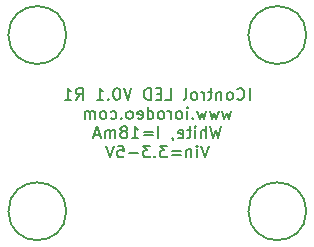
<source format=gbo>
%TF.GenerationSoftware,KiCad,Pcbnew,7.0.2-6a45011f42~172~ubuntu22.04.1*%
%TF.CreationDate,2023-09-16T19:02:56-07:00*%
%TF.ProjectId,i_control_led,695f636f-6e74-4726-9f6c-5f6c65642e6b,rev?*%
%TF.SameCoordinates,Original*%
%TF.FileFunction,Legend,Bot*%
%TF.FilePolarity,Positive*%
%FSLAX46Y46*%
G04 Gerber Fmt 4.6, Leading zero omitted, Abs format (unit mm)*
G04 Created by KiCad (PCBNEW 7.0.2-6a45011f42~172~ubuntu22.04.1) date 2023-09-16 19:02:56*
%MOMM*%
%LPD*%
G01*
G04 APERTURE LIST*
%ADD10C,0.150000*%
G04 APERTURE END LIST*
D10*
X70509524Y-58032619D02*
X70509524Y-57032619D01*
X69461906Y-57937380D02*
X69509525Y-57985000D01*
X69509525Y-57985000D02*
X69652382Y-58032619D01*
X69652382Y-58032619D02*
X69747620Y-58032619D01*
X69747620Y-58032619D02*
X69890477Y-57985000D01*
X69890477Y-57985000D02*
X69985715Y-57889761D01*
X69985715Y-57889761D02*
X70033334Y-57794523D01*
X70033334Y-57794523D02*
X70080953Y-57604047D01*
X70080953Y-57604047D02*
X70080953Y-57461190D01*
X70080953Y-57461190D02*
X70033334Y-57270714D01*
X70033334Y-57270714D02*
X69985715Y-57175476D01*
X69985715Y-57175476D02*
X69890477Y-57080238D01*
X69890477Y-57080238D02*
X69747620Y-57032619D01*
X69747620Y-57032619D02*
X69652382Y-57032619D01*
X69652382Y-57032619D02*
X69509525Y-57080238D01*
X69509525Y-57080238D02*
X69461906Y-57127857D01*
X68890477Y-58032619D02*
X68985715Y-57985000D01*
X68985715Y-57985000D02*
X69033334Y-57937380D01*
X69033334Y-57937380D02*
X69080953Y-57842142D01*
X69080953Y-57842142D02*
X69080953Y-57556428D01*
X69080953Y-57556428D02*
X69033334Y-57461190D01*
X69033334Y-57461190D02*
X68985715Y-57413571D01*
X68985715Y-57413571D02*
X68890477Y-57365952D01*
X68890477Y-57365952D02*
X68747620Y-57365952D01*
X68747620Y-57365952D02*
X68652382Y-57413571D01*
X68652382Y-57413571D02*
X68604763Y-57461190D01*
X68604763Y-57461190D02*
X68557144Y-57556428D01*
X68557144Y-57556428D02*
X68557144Y-57842142D01*
X68557144Y-57842142D02*
X68604763Y-57937380D01*
X68604763Y-57937380D02*
X68652382Y-57985000D01*
X68652382Y-57985000D02*
X68747620Y-58032619D01*
X68747620Y-58032619D02*
X68890477Y-58032619D01*
X68128572Y-57365952D02*
X68128572Y-58032619D01*
X68128572Y-57461190D02*
X68080953Y-57413571D01*
X68080953Y-57413571D02*
X67985715Y-57365952D01*
X67985715Y-57365952D02*
X67842858Y-57365952D01*
X67842858Y-57365952D02*
X67747620Y-57413571D01*
X67747620Y-57413571D02*
X67700001Y-57508809D01*
X67700001Y-57508809D02*
X67700001Y-58032619D01*
X67366667Y-57365952D02*
X66985715Y-57365952D01*
X67223810Y-57032619D02*
X67223810Y-57889761D01*
X67223810Y-57889761D02*
X67176191Y-57985000D01*
X67176191Y-57985000D02*
X67080953Y-58032619D01*
X67080953Y-58032619D02*
X66985715Y-58032619D01*
X66652381Y-58032619D02*
X66652381Y-57365952D01*
X66652381Y-57556428D02*
X66604762Y-57461190D01*
X66604762Y-57461190D02*
X66557143Y-57413571D01*
X66557143Y-57413571D02*
X66461905Y-57365952D01*
X66461905Y-57365952D02*
X66366667Y-57365952D01*
X65890476Y-58032619D02*
X65985714Y-57985000D01*
X65985714Y-57985000D02*
X66033333Y-57937380D01*
X66033333Y-57937380D02*
X66080952Y-57842142D01*
X66080952Y-57842142D02*
X66080952Y-57556428D01*
X66080952Y-57556428D02*
X66033333Y-57461190D01*
X66033333Y-57461190D02*
X65985714Y-57413571D01*
X65985714Y-57413571D02*
X65890476Y-57365952D01*
X65890476Y-57365952D02*
X65747619Y-57365952D01*
X65747619Y-57365952D02*
X65652381Y-57413571D01*
X65652381Y-57413571D02*
X65604762Y-57461190D01*
X65604762Y-57461190D02*
X65557143Y-57556428D01*
X65557143Y-57556428D02*
X65557143Y-57842142D01*
X65557143Y-57842142D02*
X65604762Y-57937380D01*
X65604762Y-57937380D02*
X65652381Y-57985000D01*
X65652381Y-57985000D02*
X65747619Y-58032619D01*
X65747619Y-58032619D02*
X65890476Y-58032619D01*
X64985714Y-58032619D02*
X65080952Y-57985000D01*
X65080952Y-57985000D02*
X65128571Y-57889761D01*
X65128571Y-57889761D02*
X65128571Y-57032619D01*
X63366666Y-58032619D02*
X63842856Y-58032619D01*
X63842856Y-58032619D02*
X63842856Y-57032619D01*
X63033332Y-57508809D02*
X62699999Y-57508809D01*
X62557142Y-58032619D02*
X63033332Y-58032619D01*
X63033332Y-58032619D02*
X63033332Y-57032619D01*
X63033332Y-57032619D02*
X62557142Y-57032619D01*
X62128570Y-58032619D02*
X62128570Y-57032619D01*
X62128570Y-57032619D02*
X61890475Y-57032619D01*
X61890475Y-57032619D02*
X61747618Y-57080238D01*
X61747618Y-57080238D02*
X61652380Y-57175476D01*
X61652380Y-57175476D02*
X61604761Y-57270714D01*
X61604761Y-57270714D02*
X61557142Y-57461190D01*
X61557142Y-57461190D02*
X61557142Y-57604047D01*
X61557142Y-57604047D02*
X61604761Y-57794523D01*
X61604761Y-57794523D02*
X61652380Y-57889761D01*
X61652380Y-57889761D02*
X61747618Y-57985000D01*
X61747618Y-57985000D02*
X61890475Y-58032619D01*
X61890475Y-58032619D02*
X62128570Y-58032619D01*
X60509522Y-57032619D02*
X60176189Y-58032619D01*
X60176189Y-58032619D02*
X59842856Y-57032619D01*
X59319046Y-57032619D02*
X59223808Y-57032619D01*
X59223808Y-57032619D02*
X59128570Y-57080238D01*
X59128570Y-57080238D02*
X59080951Y-57127857D01*
X59080951Y-57127857D02*
X59033332Y-57223095D01*
X59033332Y-57223095D02*
X58985713Y-57413571D01*
X58985713Y-57413571D02*
X58985713Y-57651666D01*
X58985713Y-57651666D02*
X59033332Y-57842142D01*
X59033332Y-57842142D02*
X59080951Y-57937380D01*
X59080951Y-57937380D02*
X59128570Y-57985000D01*
X59128570Y-57985000D02*
X59223808Y-58032619D01*
X59223808Y-58032619D02*
X59319046Y-58032619D01*
X59319046Y-58032619D02*
X59414284Y-57985000D01*
X59414284Y-57985000D02*
X59461903Y-57937380D01*
X59461903Y-57937380D02*
X59509522Y-57842142D01*
X59509522Y-57842142D02*
X59557141Y-57651666D01*
X59557141Y-57651666D02*
X59557141Y-57413571D01*
X59557141Y-57413571D02*
X59509522Y-57223095D01*
X59509522Y-57223095D02*
X59461903Y-57127857D01*
X59461903Y-57127857D02*
X59414284Y-57080238D01*
X59414284Y-57080238D02*
X59319046Y-57032619D01*
X58557141Y-57937380D02*
X58509522Y-57985000D01*
X58509522Y-57985000D02*
X58557141Y-58032619D01*
X58557141Y-58032619D02*
X58604760Y-57985000D01*
X58604760Y-57985000D02*
X58557141Y-57937380D01*
X58557141Y-57937380D02*
X58557141Y-58032619D01*
X57557142Y-58032619D02*
X58128570Y-58032619D01*
X57842856Y-58032619D02*
X57842856Y-57032619D01*
X57842856Y-57032619D02*
X57938094Y-57175476D01*
X57938094Y-57175476D02*
X58033332Y-57270714D01*
X58033332Y-57270714D02*
X58128570Y-57318333D01*
X55795237Y-58032619D02*
X56128570Y-57556428D01*
X56366665Y-58032619D02*
X56366665Y-57032619D01*
X56366665Y-57032619D02*
X55985713Y-57032619D01*
X55985713Y-57032619D02*
X55890475Y-57080238D01*
X55890475Y-57080238D02*
X55842856Y-57127857D01*
X55842856Y-57127857D02*
X55795237Y-57223095D01*
X55795237Y-57223095D02*
X55795237Y-57365952D01*
X55795237Y-57365952D02*
X55842856Y-57461190D01*
X55842856Y-57461190D02*
X55890475Y-57508809D01*
X55890475Y-57508809D02*
X55985713Y-57556428D01*
X55985713Y-57556428D02*
X56366665Y-57556428D01*
X54842856Y-58032619D02*
X55414284Y-58032619D01*
X55128570Y-58032619D02*
X55128570Y-57032619D01*
X55128570Y-57032619D02*
X55223808Y-57175476D01*
X55223808Y-57175476D02*
X55319046Y-57270714D01*
X55319046Y-57270714D02*
X55414284Y-57318333D01*
X68938094Y-58985952D02*
X68747618Y-59652619D01*
X68747618Y-59652619D02*
X68557142Y-59176428D01*
X68557142Y-59176428D02*
X68366666Y-59652619D01*
X68366666Y-59652619D02*
X68176190Y-58985952D01*
X67890475Y-58985952D02*
X67699999Y-59652619D01*
X67699999Y-59652619D02*
X67509523Y-59176428D01*
X67509523Y-59176428D02*
X67319047Y-59652619D01*
X67319047Y-59652619D02*
X67128571Y-58985952D01*
X66842856Y-58985952D02*
X66652380Y-59652619D01*
X66652380Y-59652619D02*
X66461904Y-59176428D01*
X66461904Y-59176428D02*
X66271428Y-59652619D01*
X66271428Y-59652619D02*
X66080952Y-58985952D01*
X65699999Y-59557380D02*
X65652380Y-59605000D01*
X65652380Y-59605000D02*
X65699999Y-59652619D01*
X65699999Y-59652619D02*
X65747618Y-59605000D01*
X65747618Y-59605000D02*
X65699999Y-59557380D01*
X65699999Y-59557380D02*
X65699999Y-59652619D01*
X65223809Y-59652619D02*
X65223809Y-58985952D01*
X65223809Y-58652619D02*
X65271428Y-58700238D01*
X65271428Y-58700238D02*
X65223809Y-58747857D01*
X65223809Y-58747857D02*
X65176190Y-58700238D01*
X65176190Y-58700238D02*
X65223809Y-58652619D01*
X65223809Y-58652619D02*
X65223809Y-58747857D01*
X64604762Y-59652619D02*
X64700000Y-59605000D01*
X64700000Y-59605000D02*
X64747619Y-59557380D01*
X64747619Y-59557380D02*
X64795238Y-59462142D01*
X64795238Y-59462142D02*
X64795238Y-59176428D01*
X64795238Y-59176428D02*
X64747619Y-59081190D01*
X64747619Y-59081190D02*
X64700000Y-59033571D01*
X64700000Y-59033571D02*
X64604762Y-58985952D01*
X64604762Y-58985952D02*
X64461905Y-58985952D01*
X64461905Y-58985952D02*
X64366667Y-59033571D01*
X64366667Y-59033571D02*
X64319048Y-59081190D01*
X64319048Y-59081190D02*
X64271429Y-59176428D01*
X64271429Y-59176428D02*
X64271429Y-59462142D01*
X64271429Y-59462142D02*
X64319048Y-59557380D01*
X64319048Y-59557380D02*
X64366667Y-59605000D01*
X64366667Y-59605000D02*
X64461905Y-59652619D01*
X64461905Y-59652619D02*
X64604762Y-59652619D01*
X63842857Y-59652619D02*
X63842857Y-58985952D01*
X63842857Y-59176428D02*
X63795238Y-59081190D01*
X63795238Y-59081190D02*
X63747619Y-59033571D01*
X63747619Y-59033571D02*
X63652381Y-58985952D01*
X63652381Y-58985952D02*
X63557143Y-58985952D01*
X63080952Y-59652619D02*
X63176190Y-59605000D01*
X63176190Y-59605000D02*
X63223809Y-59557380D01*
X63223809Y-59557380D02*
X63271428Y-59462142D01*
X63271428Y-59462142D02*
X63271428Y-59176428D01*
X63271428Y-59176428D02*
X63223809Y-59081190D01*
X63223809Y-59081190D02*
X63176190Y-59033571D01*
X63176190Y-59033571D02*
X63080952Y-58985952D01*
X63080952Y-58985952D02*
X62938095Y-58985952D01*
X62938095Y-58985952D02*
X62842857Y-59033571D01*
X62842857Y-59033571D02*
X62795238Y-59081190D01*
X62795238Y-59081190D02*
X62747619Y-59176428D01*
X62747619Y-59176428D02*
X62747619Y-59462142D01*
X62747619Y-59462142D02*
X62795238Y-59557380D01*
X62795238Y-59557380D02*
X62842857Y-59605000D01*
X62842857Y-59605000D02*
X62938095Y-59652619D01*
X62938095Y-59652619D02*
X63080952Y-59652619D01*
X61890476Y-59652619D02*
X61890476Y-58652619D01*
X61890476Y-59605000D02*
X61985714Y-59652619D01*
X61985714Y-59652619D02*
X62176190Y-59652619D01*
X62176190Y-59652619D02*
X62271428Y-59605000D01*
X62271428Y-59605000D02*
X62319047Y-59557380D01*
X62319047Y-59557380D02*
X62366666Y-59462142D01*
X62366666Y-59462142D02*
X62366666Y-59176428D01*
X62366666Y-59176428D02*
X62319047Y-59081190D01*
X62319047Y-59081190D02*
X62271428Y-59033571D01*
X62271428Y-59033571D02*
X62176190Y-58985952D01*
X62176190Y-58985952D02*
X61985714Y-58985952D01*
X61985714Y-58985952D02*
X61890476Y-59033571D01*
X61033333Y-59605000D02*
X61128571Y-59652619D01*
X61128571Y-59652619D02*
X61319047Y-59652619D01*
X61319047Y-59652619D02*
X61414285Y-59605000D01*
X61414285Y-59605000D02*
X61461904Y-59509761D01*
X61461904Y-59509761D02*
X61461904Y-59128809D01*
X61461904Y-59128809D02*
X61414285Y-59033571D01*
X61414285Y-59033571D02*
X61319047Y-58985952D01*
X61319047Y-58985952D02*
X61128571Y-58985952D01*
X61128571Y-58985952D02*
X61033333Y-59033571D01*
X61033333Y-59033571D02*
X60985714Y-59128809D01*
X60985714Y-59128809D02*
X60985714Y-59224047D01*
X60985714Y-59224047D02*
X61461904Y-59319285D01*
X60414285Y-59652619D02*
X60509523Y-59605000D01*
X60509523Y-59605000D02*
X60557142Y-59557380D01*
X60557142Y-59557380D02*
X60604761Y-59462142D01*
X60604761Y-59462142D02*
X60604761Y-59176428D01*
X60604761Y-59176428D02*
X60557142Y-59081190D01*
X60557142Y-59081190D02*
X60509523Y-59033571D01*
X60509523Y-59033571D02*
X60414285Y-58985952D01*
X60414285Y-58985952D02*
X60271428Y-58985952D01*
X60271428Y-58985952D02*
X60176190Y-59033571D01*
X60176190Y-59033571D02*
X60128571Y-59081190D01*
X60128571Y-59081190D02*
X60080952Y-59176428D01*
X60080952Y-59176428D02*
X60080952Y-59462142D01*
X60080952Y-59462142D02*
X60128571Y-59557380D01*
X60128571Y-59557380D02*
X60176190Y-59605000D01*
X60176190Y-59605000D02*
X60271428Y-59652619D01*
X60271428Y-59652619D02*
X60414285Y-59652619D01*
X59652380Y-59557380D02*
X59604761Y-59605000D01*
X59604761Y-59605000D02*
X59652380Y-59652619D01*
X59652380Y-59652619D02*
X59699999Y-59605000D01*
X59699999Y-59605000D02*
X59652380Y-59557380D01*
X59652380Y-59557380D02*
X59652380Y-59652619D01*
X58747619Y-59605000D02*
X58842857Y-59652619D01*
X58842857Y-59652619D02*
X59033333Y-59652619D01*
X59033333Y-59652619D02*
X59128571Y-59605000D01*
X59128571Y-59605000D02*
X59176190Y-59557380D01*
X59176190Y-59557380D02*
X59223809Y-59462142D01*
X59223809Y-59462142D02*
X59223809Y-59176428D01*
X59223809Y-59176428D02*
X59176190Y-59081190D01*
X59176190Y-59081190D02*
X59128571Y-59033571D01*
X59128571Y-59033571D02*
X59033333Y-58985952D01*
X59033333Y-58985952D02*
X58842857Y-58985952D01*
X58842857Y-58985952D02*
X58747619Y-59033571D01*
X58176190Y-59652619D02*
X58271428Y-59605000D01*
X58271428Y-59605000D02*
X58319047Y-59557380D01*
X58319047Y-59557380D02*
X58366666Y-59462142D01*
X58366666Y-59462142D02*
X58366666Y-59176428D01*
X58366666Y-59176428D02*
X58319047Y-59081190D01*
X58319047Y-59081190D02*
X58271428Y-59033571D01*
X58271428Y-59033571D02*
X58176190Y-58985952D01*
X58176190Y-58985952D02*
X58033333Y-58985952D01*
X58033333Y-58985952D02*
X57938095Y-59033571D01*
X57938095Y-59033571D02*
X57890476Y-59081190D01*
X57890476Y-59081190D02*
X57842857Y-59176428D01*
X57842857Y-59176428D02*
X57842857Y-59462142D01*
X57842857Y-59462142D02*
X57890476Y-59557380D01*
X57890476Y-59557380D02*
X57938095Y-59605000D01*
X57938095Y-59605000D02*
X58033333Y-59652619D01*
X58033333Y-59652619D02*
X58176190Y-59652619D01*
X57414285Y-59652619D02*
X57414285Y-58985952D01*
X57414285Y-59081190D02*
X57366666Y-59033571D01*
X57366666Y-59033571D02*
X57271428Y-58985952D01*
X57271428Y-58985952D02*
X57128571Y-58985952D01*
X57128571Y-58985952D02*
X57033333Y-59033571D01*
X57033333Y-59033571D02*
X56985714Y-59128809D01*
X56985714Y-59128809D02*
X56985714Y-59652619D01*
X56985714Y-59128809D02*
X56938095Y-59033571D01*
X56938095Y-59033571D02*
X56842857Y-58985952D01*
X56842857Y-58985952D02*
X56700000Y-58985952D01*
X56700000Y-58985952D02*
X56604761Y-59033571D01*
X56604761Y-59033571D02*
X56557142Y-59128809D01*
X56557142Y-59128809D02*
X56557142Y-59652619D01*
X68057141Y-60272619D02*
X67819046Y-61272619D01*
X67819046Y-61272619D02*
X67628570Y-60558333D01*
X67628570Y-60558333D02*
X67438094Y-61272619D01*
X67438094Y-61272619D02*
X67199999Y-60272619D01*
X66819046Y-61272619D02*
X66819046Y-60272619D01*
X66390475Y-61272619D02*
X66390475Y-60748809D01*
X66390475Y-60748809D02*
X66438094Y-60653571D01*
X66438094Y-60653571D02*
X66533332Y-60605952D01*
X66533332Y-60605952D02*
X66676189Y-60605952D01*
X66676189Y-60605952D02*
X66771427Y-60653571D01*
X66771427Y-60653571D02*
X66819046Y-60701190D01*
X65914284Y-61272619D02*
X65914284Y-60605952D01*
X65914284Y-60272619D02*
X65961903Y-60320238D01*
X65961903Y-60320238D02*
X65914284Y-60367857D01*
X65914284Y-60367857D02*
X65866665Y-60320238D01*
X65866665Y-60320238D02*
X65914284Y-60272619D01*
X65914284Y-60272619D02*
X65914284Y-60367857D01*
X65580951Y-60605952D02*
X65199999Y-60605952D01*
X65438094Y-60272619D02*
X65438094Y-61129761D01*
X65438094Y-61129761D02*
X65390475Y-61225000D01*
X65390475Y-61225000D02*
X65295237Y-61272619D01*
X65295237Y-61272619D02*
X65199999Y-61272619D01*
X64485713Y-61225000D02*
X64580951Y-61272619D01*
X64580951Y-61272619D02*
X64771427Y-61272619D01*
X64771427Y-61272619D02*
X64866665Y-61225000D01*
X64866665Y-61225000D02*
X64914284Y-61129761D01*
X64914284Y-61129761D02*
X64914284Y-60748809D01*
X64914284Y-60748809D02*
X64866665Y-60653571D01*
X64866665Y-60653571D02*
X64771427Y-60605952D01*
X64771427Y-60605952D02*
X64580951Y-60605952D01*
X64580951Y-60605952D02*
X64485713Y-60653571D01*
X64485713Y-60653571D02*
X64438094Y-60748809D01*
X64438094Y-60748809D02*
X64438094Y-60844047D01*
X64438094Y-60844047D02*
X64914284Y-60939285D01*
X63961903Y-61225000D02*
X63961903Y-61272619D01*
X63961903Y-61272619D02*
X64009522Y-61367857D01*
X64009522Y-61367857D02*
X64057141Y-61415476D01*
X62771427Y-61272619D02*
X62771427Y-60272619D01*
X62295237Y-60748809D02*
X61533333Y-60748809D01*
X61533333Y-61034523D02*
X62295237Y-61034523D01*
X60533333Y-61272619D02*
X61104761Y-61272619D01*
X60819047Y-61272619D02*
X60819047Y-60272619D01*
X60819047Y-60272619D02*
X60914285Y-60415476D01*
X60914285Y-60415476D02*
X61009523Y-60510714D01*
X61009523Y-60510714D02*
X61104761Y-60558333D01*
X59961904Y-60701190D02*
X60057142Y-60653571D01*
X60057142Y-60653571D02*
X60104761Y-60605952D01*
X60104761Y-60605952D02*
X60152380Y-60510714D01*
X60152380Y-60510714D02*
X60152380Y-60463095D01*
X60152380Y-60463095D02*
X60104761Y-60367857D01*
X60104761Y-60367857D02*
X60057142Y-60320238D01*
X60057142Y-60320238D02*
X59961904Y-60272619D01*
X59961904Y-60272619D02*
X59771428Y-60272619D01*
X59771428Y-60272619D02*
X59676190Y-60320238D01*
X59676190Y-60320238D02*
X59628571Y-60367857D01*
X59628571Y-60367857D02*
X59580952Y-60463095D01*
X59580952Y-60463095D02*
X59580952Y-60510714D01*
X59580952Y-60510714D02*
X59628571Y-60605952D01*
X59628571Y-60605952D02*
X59676190Y-60653571D01*
X59676190Y-60653571D02*
X59771428Y-60701190D01*
X59771428Y-60701190D02*
X59961904Y-60701190D01*
X59961904Y-60701190D02*
X60057142Y-60748809D01*
X60057142Y-60748809D02*
X60104761Y-60796428D01*
X60104761Y-60796428D02*
X60152380Y-60891666D01*
X60152380Y-60891666D02*
X60152380Y-61082142D01*
X60152380Y-61082142D02*
X60104761Y-61177380D01*
X60104761Y-61177380D02*
X60057142Y-61225000D01*
X60057142Y-61225000D02*
X59961904Y-61272619D01*
X59961904Y-61272619D02*
X59771428Y-61272619D01*
X59771428Y-61272619D02*
X59676190Y-61225000D01*
X59676190Y-61225000D02*
X59628571Y-61177380D01*
X59628571Y-61177380D02*
X59580952Y-61082142D01*
X59580952Y-61082142D02*
X59580952Y-60891666D01*
X59580952Y-60891666D02*
X59628571Y-60796428D01*
X59628571Y-60796428D02*
X59676190Y-60748809D01*
X59676190Y-60748809D02*
X59771428Y-60701190D01*
X59152380Y-61272619D02*
X59152380Y-60605952D01*
X59152380Y-60701190D02*
X59104761Y-60653571D01*
X59104761Y-60653571D02*
X59009523Y-60605952D01*
X59009523Y-60605952D02*
X58866666Y-60605952D01*
X58866666Y-60605952D02*
X58771428Y-60653571D01*
X58771428Y-60653571D02*
X58723809Y-60748809D01*
X58723809Y-60748809D02*
X58723809Y-61272619D01*
X58723809Y-60748809D02*
X58676190Y-60653571D01*
X58676190Y-60653571D02*
X58580952Y-60605952D01*
X58580952Y-60605952D02*
X58438095Y-60605952D01*
X58438095Y-60605952D02*
X58342856Y-60653571D01*
X58342856Y-60653571D02*
X58295237Y-60748809D01*
X58295237Y-60748809D02*
X58295237Y-61272619D01*
X57866666Y-60986904D02*
X57390476Y-60986904D01*
X57961904Y-61272619D02*
X57628571Y-60272619D01*
X57628571Y-60272619D02*
X57295238Y-61272619D01*
X67057141Y-61892619D02*
X66723808Y-62892619D01*
X66723808Y-62892619D02*
X66390475Y-61892619D01*
X66057141Y-62892619D02*
X66057141Y-62225952D01*
X66057141Y-61892619D02*
X66104760Y-61940238D01*
X66104760Y-61940238D02*
X66057141Y-61987857D01*
X66057141Y-61987857D02*
X66009522Y-61940238D01*
X66009522Y-61940238D02*
X66057141Y-61892619D01*
X66057141Y-61892619D02*
X66057141Y-61987857D01*
X65580951Y-62225952D02*
X65580951Y-62892619D01*
X65580951Y-62321190D02*
X65533332Y-62273571D01*
X65533332Y-62273571D02*
X65438094Y-62225952D01*
X65438094Y-62225952D02*
X65295237Y-62225952D01*
X65295237Y-62225952D02*
X65199999Y-62273571D01*
X65199999Y-62273571D02*
X65152380Y-62368809D01*
X65152380Y-62368809D02*
X65152380Y-62892619D01*
X64676189Y-62368809D02*
X63914285Y-62368809D01*
X63914285Y-62654523D02*
X64676189Y-62654523D01*
X63533332Y-61892619D02*
X62914285Y-61892619D01*
X62914285Y-61892619D02*
X63247618Y-62273571D01*
X63247618Y-62273571D02*
X63104761Y-62273571D01*
X63104761Y-62273571D02*
X63009523Y-62321190D01*
X63009523Y-62321190D02*
X62961904Y-62368809D01*
X62961904Y-62368809D02*
X62914285Y-62464047D01*
X62914285Y-62464047D02*
X62914285Y-62702142D01*
X62914285Y-62702142D02*
X62961904Y-62797380D01*
X62961904Y-62797380D02*
X63009523Y-62845000D01*
X63009523Y-62845000D02*
X63104761Y-62892619D01*
X63104761Y-62892619D02*
X63390475Y-62892619D01*
X63390475Y-62892619D02*
X63485713Y-62845000D01*
X63485713Y-62845000D02*
X63533332Y-62797380D01*
X62485713Y-62797380D02*
X62438094Y-62845000D01*
X62438094Y-62845000D02*
X62485713Y-62892619D01*
X62485713Y-62892619D02*
X62533332Y-62845000D01*
X62533332Y-62845000D02*
X62485713Y-62797380D01*
X62485713Y-62797380D02*
X62485713Y-62892619D01*
X62104761Y-61892619D02*
X61485714Y-61892619D01*
X61485714Y-61892619D02*
X61819047Y-62273571D01*
X61819047Y-62273571D02*
X61676190Y-62273571D01*
X61676190Y-62273571D02*
X61580952Y-62321190D01*
X61580952Y-62321190D02*
X61533333Y-62368809D01*
X61533333Y-62368809D02*
X61485714Y-62464047D01*
X61485714Y-62464047D02*
X61485714Y-62702142D01*
X61485714Y-62702142D02*
X61533333Y-62797380D01*
X61533333Y-62797380D02*
X61580952Y-62845000D01*
X61580952Y-62845000D02*
X61676190Y-62892619D01*
X61676190Y-62892619D02*
X61961904Y-62892619D01*
X61961904Y-62892619D02*
X62057142Y-62845000D01*
X62057142Y-62845000D02*
X62104761Y-62797380D01*
X61057142Y-62511666D02*
X60295238Y-62511666D01*
X59342857Y-61892619D02*
X59819047Y-61892619D01*
X59819047Y-61892619D02*
X59866666Y-62368809D01*
X59866666Y-62368809D02*
X59819047Y-62321190D01*
X59819047Y-62321190D02*
X59723809Y-62273571D01*
X59723809Y-62273571D02*
X59485714Y-62273571D01*
X59485714Y-62273571D02*
X59390476Y-62321190D01*
X59390476Y-62321190D02*
X59342857Y-62368809D01*
X59342857Y-62368809D02*
X59295238Y-62464047D01*
X59295238Y-62464047D02*
X59295238Y-62702142D01*
X59295238Y-62702142D02*
X59342857Y-62797380D01*
X59342857Y-62797380D02*
X59390476Y-62845000D01*
X59390476Y-62845000D02*
X59485714Y-62892619D01*
X59485714Y-62892619D02*
X59723809Y-62892619D01*
X59723809Y-62892619D02*
X59819047Y-62845000D01*
X59819047Y-62845000D02*
X59866666Y-62797380D01*
X59009523Y-61892619D02*
X58676190Y-62892619D01*
X58676190Y-62892619D02*
X58342857Y-61892619D01*
%TO.C,M1*%
X54990000Y-52540000D02*
G75*
G03*
X54990000Y-52540000I-2450000J0D01*
G01*
%TO.C,M2*%
X75310000Y-52540000D02*
G75*
G03*
X75310000Y-52540000I-2450000J0D01*
G01*
%TO.C,M3*%
X75310000Y-67460000D02*
G75*
G03*
X75310000Y-67460000I-2450000J0D01*
G01*
%TO.C,M4*%
X54990000Y-67460000D02*
G75*
G03*
X54990000Y-67460000I-2450000J0D01*
G01*
%TD*%
M02*

</source>
